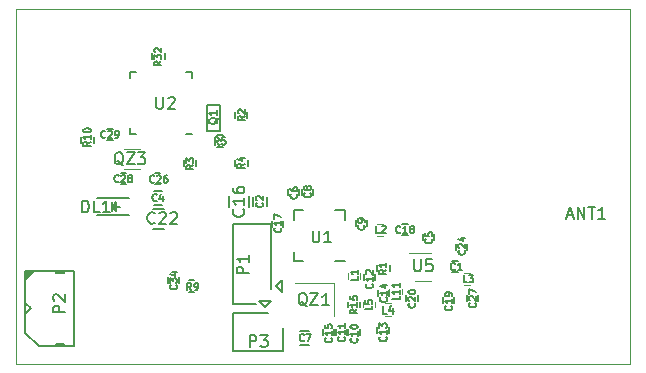
<source format=gbr>
G04 #@! TF.FileFunction,Legend,Top*
%FSLAX46Y46*%
G04 Gerber Fmt 4.6, Leading zero omitted, Abs format (unit mm)*
G04 Created by KiCad (PCBNEW 4.0.2+dfsg1-stable) date lun 29 ott 2018 17:27:50 CET*
%MOMM*%
G01*
G04 APERTURE LIST*
%ADD10C,0.100000*%
%ADD11C,0.150000*%
%ADD12C,0.120000*%
G04 APERTURE END LIST*
D10*
X173697120Y-70957440D02*
X121697120Y-70957440D01*
X173697120Y-100957440D02*
X173697120Y-70957440D01*
X121697120Y-100957440D02*
X173697120Y-100957440D01*
X121697120Y-70957440D02*
X121697120Y-100957440D01*
D11*
X158642240Y-93241960D02*
X159142240Y-93241960D01*
X159142240Y-92291960D02*
X158642240Y-92291960D01*
X141744140Y-87582300D02*
X141744140Y-86882300D01*
X142944140Y-86882300D02*
X142944140Y-87582300D01*
X134087202Y-87563456D02*
X133387202Y-87563456D01*
X133387202Y-86363456D02*
X134087202Y-86363456D01*
X156161720Y-89997280D02*
X156161720Y-90497280D01*
X157111720Y-90497280D02*
X157111720Y-89997280D01*
X144711400Y-86197440D02*
X144711400Y-86697440D01*
X145661400Y-86697440D02*
X145661400Y-86197440D01*
X145772960Y-98196920D02*
X146472960Y-98196920D01*
X146472960Y-99396920D02*
X145772960Y-99396920D01*
X145892500Y-86210140D02*
X145892500Y-86710140D01*
X146842500Y-86710140D02*
X146842500Y-86210140D01*
X150472120Y-88847840D02*
X150472120Y-89347840D01*
X151422120Y-89347840D02*
X151422120Y-88847840D01*
X150799820Y-98518600D02*
X150799820Y-98018600D01*
X149849820Y-98018600D02*
X149849820Y-98518600D01*
X149738100Y-98519780D02*
X149738100Y-98019780D01*
X148788100Y-98019780D02*
X148788100Y-98519780D01*
X151122360Y-93398340D02*
X151122360Y-93898340D01*
X152072360Y-93898340D02*
X152072360Y-93398340D01*
X153253460Y-98401760D02*
X153253460Y-97901760D01*
X152303460Y-97901760D02*
X152303460Y-98401760D01*
X152328860Y-94708980D02*
X152328860Y-95208980D01*
X153278860Y-95208980D02*
X153278860Y-94708980D01*
X148612880Y-98521140D02*
X148612880Y-98021140D01*
X147662880Y-98021140D02*
X147662880Y-98521140D01*
X139705980Y-86732300D02*
X139705980Y-87732300D01*
X141405980Y-87732300D02*
X141405980Y-86732300D01*
X143393140Y-88860720D02*
X143393140Y-89360720D01*
X144343140Y-89360720D02*
X144343140Y-88860720D01*
X154402980Y-90115220D02*
X154902980Y-90115220D01*
X154902980Y-89165220D02*
X154402980Y-89165220D01*
X158810980Y-95866840D02*
X158810980Y-95366840D01*
X157860980Y-95366840D02*
X157860980Y-95866840D01*
X154744400Y-95140780D02*
X154744400Y-95640780D01*
X155694400Y-95640780D02*
X155694400Y-95140780D01*
X133270222Y-89568596D02*
X134270222Y-89568596D01*
X134270222Y-87868596D02*
X133270222Y-87868596D01*
X158965880Y-90829220D02*
X158965880Y-91329220D01*
X159915880Y-91329220D02*
X159915880Y-90829220D01*
X133432682Y-85774756D02*
X133932682Y-85774756D01*
X133932682Y-84824756D02*
X133432682Y-84824756D01*
X160817580Y-95630620D02*
X160817580Y-95130620D01*
X159867580Y-95130620D02*
X159867580Y-95630620D01*
X130549602Y-85759516D02*
X131049602Y-85759516D01*
X131049602Y-84809516D02*
X130549602Y-84809516D01*
X129907962Y-81060476D02*
X129407962Y-81060476D01*
X129407962Y-82010476D02*
X129907962Y-82010476D01*
X134556480Y-93621860D02*
X134556480Y-94121860D01*
X135506480Y-94121860D02*
X135506480Y-93621860D01*
X128564840Y-88424260D02*
X131264840Y-88424260D01*
X128564840Y-86924260D02*
X131264840Y-86924260D01*
X130064840Y-87824260D02*
X130064840Y-87574260D01*
X130064840Y-87574260D02*
X129914840Y-87724260D01*
X129814840Y-87324260D02*
X129814840Y-88024260D01*
X130164840Y-87674260D02*
X130514840Y-87674260D01*
X129814840Y-87674260D02*
X130164840Y-87324260D01*
X130164840Y-87324260D02*
X130164840Y-88024260D01*
X130164840Y-88024260D02*
X129814840Y-87674260D01*
D12*
X150862440Y-93794620D02*
X150862440Y-93294620D01*
X149802440Y-93294620D02*
X149802440Y-93794620D01*
X152301980Y-90177840D02*
X152801980Y-90177840D01*
X152801980Y-89117840D02*
X152301980Y-89117840D01*
X159637500Y-94335820D02*
X160137500Y-94335820D01*
X160137500Y-93275820D02*
X159637500Y-93275820D01*
X152970840Y-96926620D02*
X153470840Y-96926620D01*
X153470840Y-95866620D02*
X152970840Y-95866620D01*
X151069900Y-95709320D02*
X151069900Y-96209320D01*
X152129900Y-96209320D02*
X152129900Y-95709320D01*
X153282240Y-94610340D02*
X153282240Y-95110340D01*
X154342240Y-95110340D02*
X154342240Y-94610340D01*
D11*
X141977760Y-95893200D02*
X140047760Y-95893200D01*
X140047760Y-95893200D02*
X140047760Y-89143200D01*
X140047760Y-89143200D02*
X143247760Y-89143200D01*
X143247760Y-89143200D02*
X143247760Y-94623200D01*
X143747760Y-94393200D02*
X144247760Y-93893200D01*
X144247760Y-93893200D02*
X144247760Y-94893200D01*
X144247760Y-94893200D02*
X143747760Y-94393200D01*
X122489720Y-93091720D02*
X122489720Y-98391720D01*
X126589720Y-99491720D02*
X123639720Y-99491720D01*
X123639720Y-99491720D02*
X122489720Y-98391720D01*
X125089720Y-93091720D02*
X125089720Y-93291720D01*
X125089720Y-93291720D02*
X125739720Y-93291720D01*
X125739720Y-93291720D02*
X125739720Y-93141720D01*
X125089720Y-99291720D02*
X125739720Y-99291720D01*
X125739720Y-99291720D02*
X125739720Y-99491720D01*
X125089720Y-99491720D02*
X125089720Y-99291720D01*
X122539720Y-93341720D02*
X122739720Y-93141720D01*
X122739720Y-93141720D02*
X122539720Y-93191720D01*
X122489720Y-93541720D02*
X122839720Y-93141720D01*
X122539720Y-93741720D02*
X123089720Y-93141720D01*
X123239720Y-93141720D02*
X122539720Y-93841720D01*
X123039720Y-93091720D02*
X122489720Y-93641720D01*
X122939720Y-96291720D02*
X122539720Y-96691720D01*
X122939720Y-96291720D02*
X122539720Y-95891720D01*
X122489720Y-93091720D02*
X126589720Y-93091720D01*
X126589720Y-93091720D02*
X126589720Y-99491720D01*
X144301340Y-97944100D02*
X144301340Y-99874100D01*
X144301340Y-99874100D02*
X140051340Y-99874100D01*
X140051340Y-99874100D02*
X140051340Y-96674100D01*
X140051340Y-96674100D02*
X143031340Y-96674100D01*
X142801340Y-96174100D02*
X142301340Y-95674100D01*
X142301340Y-95674100D02*
X143301340Y-95674100D01*
X143301340Y-95674100D02*
X142801340Y-96174100D01*
X137843022Y-81248636D02*
X138943022Y-81248636D01*
X138943022Y-81248636D02*
X138943022Y-79048636D01*
X138943022Y-79048636D02*
X137843022Y-79048636D01*
X137843022Y-79048636D02*
X137843022Y-81198636D01*
X137843022Y-81198636D02*
X137843022Y-81248636D01*
D12*
X148651260Y-96918820D02*
X148651260Y-94118820D01*
X148651260Y-94118820D02*
X145351260Y-94118820D01*
X130819382Y-84511056D02*
X132169382Y-84511056D01*
X130819382Y-82761056D02*
X132169382Y-82761056D01*
D11*
X152278860Y-92631260D02*
X152278860Y-93131260D01*
X153328860Y-93131260D02*
X153328860Y-92631260D01*
X141282762Y-80162836D02*
X141282762Y-79662836D01*
X140232762Y-79662836D02*
X140232762Y-80162836D01*
X136939362Y-84247156D02*
X136939362Y-83747156D01*
X135889362Y-83747156D02*
X135889362Y-84247156D01*
X141315782Y-84256896D02*
X141315782Y-83756896D01*
X140265782Y-83756896D02*
X140265782Y-84256896D01*
X138719602Y-82644676D02*
X139219602Y-82644676D01*
X139219602Y-81594676D02*
X138719602Y-81594676D01*
X136310560Y-94937880D02*
X136810560Y-94937880D01*
X136810560Y-93887880D02*
X136310560Y-93887880D01*
X128275422Y-82245216D02*
X128275422Y-81745216D01*
X127225422Y-81745216D02*
X127225422Y-82245216D01*
X149809980Y-95709320D02*
X149809980Y-96209320D01*
X150859980Y-96209320D02*
X150859980Y-95709320D01*
X133222362Y-74661156D02*
X133222362Y-75161156D01*
X134272362Y-75161156D02*
X134272362Y-74661156D01*
X145223180Y-92298380D02*
X145223180Y-91523380D01*
X149523180Y-87998380D02*
X149523180Y-88773380D01*
X145223180Y-87998380D02*
X145223180Y-88773380D01*
X149523180Y-92298380D02*
X148748180Y-92298380D01*
X149523180Y-87998380D02*
X148748180Y-87998380D01*
X145223180Y-87998380D02*
X145998180Y-87998380D01*
X145223180Y-92298380D02*
X145998180Y-92298380D01*
X131372722Y-81510156D02*
X131372722Y-80985156D01*
X136622722Y-76260156D02*
X136622722Y-76785156D01*
X131372722Y-76260156D02*
X131372722Y-76785156D01*
X136622722Y-81510156D02*
X136097722Y-81510156D01*
X136622722Y-76260156D02*
X136097722Y-76260156D01*
X131372722Y-76260156D02*
X131897722Y-76260156D01*
X131372722Y-81510156D02*
X131897722Y-81510156D01*
D12*
X156866820Y-91622200D02*
X154966820Y-91622200D01*
X155466820Y-93942200D02*
X156866820Y-93942200D01*
D11*
X168339972Y-88424047D02*
X168816163Y-88424047D01*
X168244734Y-88709761D02*
X168578067Y-87709761D01*
X168911401Y-88709761D01*
X169244734Y-88709761D02*
X169244734Y-87709761D01*
X169816163Y-88709761D01*
X169816163Y-87709761D01*
X170149496Y-87709761D02*
X170720925Y-87709761D01*
X170435210Y-88709761D02*
X170435210Y-87709761D01*
X171578068Y-88709761D02*
X171006639Y-88709761D01*
X171292353Y-88709761D02*
X171292353Y-87709761D01*
X171197115Y-87852618D01*
X171101877Y-87947856D01*
X171006639Y-87995475D01*
X158873520Y-92977626D02*
X158844949Y-93006197D01*
X158759235Y-93034769D01*
X158702092Y-93034769D01*
X158616377Y-93006197D01*
X158559235Y-92949054D01*
X158530663Y-92891911D01*
X158502092Y-92777626D01*
X158502092Y-92691911D01*
X158530663Y-92577626D01*
X158559235Y-92520483D01*
X158616377Y-92463340D01*
X158702092Y-92434769D01*
X158759235Y-92434769D01*
X158844949Y-92463340D01*
X158873520Y-92491911D01*
X159444949Y-93034769D02*
X159102092Y-93034769D01*
X159273520Y-93034769D02*
X159273520Y-92434769D01*
X159216377Y-92520483D01*
X159159235Y-92577626D01*
X159102092Y-92606197D01*
X142568586Y-87349000D02*
X142597157Y-87377571D01*
X142625729Y-87463285D01*
X142625729Y-87520428D01*
X142597157Y-87606143D01*
X142540014Y-87663285D01*
X142482871Y-87691857D01*
X142368586Y-87720428D01*
X142282871Y-87720428D01*
X142168586Y-87691857D01*
X142111443Y-87663285D01*
X142054300Y-87606143D01*
X142025729Y-87520428D01*
X142025729Y-87463285D01*
X142054300Y-87377571D01*
X142082871Y-87349000D01*
X142082871Y-87120428D02*
X142054300Y-87091857D01*
X142025729Y-87034714D01*
X142025729Y-86891857D01*
X142054300Y-86834714D01*
X142082871Y-86806143D01*
X142140014Y-86777571D01*
X142197157Y-86777571D01*
X142282871Y-86806143D01*
X142625729Y-87149000D01*
X142625729Y-86777571D01*
X133603060Y-87155946D02*
X133574489Y-87184517D01*
X133488775Y-87213089D01*
X133431632Y-87213089D01*
X133345917Y-87184517D01*
X133288775Y-87127374D01*
X133260203Y-87070231D01*
X133231632Y-86955946D01*
X133231632Y-86870231D01*
X133260203Y-86755946D01*
X133288775Y-86698803D01*
X133345917Y-86641660D01*
X133431632Y-86613089D01*
X133488775Y-86613089D01*
X133574489Y-86641660D01*
X133603060Y-86670231D01*
X134117346Y-86813089D02*
X134117346Y-87213089D01*
X133974489Y-86584517D02*
X133831632Y-87013089D01*
X134203060Y-87013089D01*
X156881486Y-90422400D02*
X156910057Y-90450971D01*
X156938629Y-90536685D01*
X156938629Y-90593828D01*
X156910057Y-90679543D01*
X156852914Y-90736685D01*
X156795771Y-90765257D01*
X156681486Y-90793828D01*
X156595771Y-90793828D01*
X156481486Y-90765257D01*
X156424343Y-90736685D01*
X156367200Y-90679543D01*
X156338629Y-90593828D01*
X156338629Y-90536685D01*
X156367200Y-90450971D01*
X156395771Y-90422400D01*
X156338629Y-89879543D02*
X156338629Y-90165257D01*
X156624343Y-90193828D01*
X156595771Y-90165257D01*
X156567200Y-90108114D01*
X156567200Y-89965257D01*
X156595771Y-89908114D01*
X156624343Y-89879543D01*
X156681486Y-89850971D01*
X156824343Y-89850971D01*
X156881486Y-89879543D01*
X156910057Y-89908114D01*
X156938629Y-89965257D01*
X156938629Y-90108114D01*
X156910057Y-90165257D01*
X156881486Y-90193828D01*
X145454026Y-86614940D02*
X145482597Y-86643511D01*
X145511169Y-86729225D01*
X145511169Y-86786368D01*
X145482597Y-86872083D01*
X145425454Y-86929225D01*
X145368311Y-86957797D01*
X145254026Y-86986368D01*
X145168311Y-86986368D01*
X145054026Y-86957797D01*
X144996883Y-86929225D01*
X144939740Y-86872083D01*
X144911169Y-86786368D01*
X144911169Y-86729225D01*
X144939740Y-86643511D01*
X144968311Y-86614940D01*
X144911169Y-86100654D02*
X144911169Y-86214940D01*
X144939740Y-86272083D01*
X144968311Y-86300654D01*
X145054026Y-86357797D01*
X145168311Y-86386368D01*
X145396883Y-86386368D01*
X145454026Y-86357797D01*
X145482597Y-86329225D01*
X145511169Y-86272083D01*
X145511169Y-86157797D01*
X145482597Y-86100654D01*
X145454026Y-86072083D01*
X145396883Y-86043511D01*
X145254026Y-86043511D01*
X145196883Y-86072083D01*
X145168311Y-86100654D01*
X145139740Y-86157797D01*
X145139740Y-86272083D01*
X145168311Y-86329225D01*
X145196883Y-86357797D01*
X145254026Y-86386368D01*
X146087160Y-99007586D02*
X146058589Y-99036157D01*
X145972875Y-99064729D01*
X145915732Y-99064729D01*
X145830017Y-99036157D01*
X145772875Y-98979014D01*
X145744303Y-98921871D01*
X145715732Y-98807586D01*
X145715732Y-98721871D01*
X145744303Y-98607586D01*
X145772875Y-98550443D01*
X145830017Y-98493300D01*
X145915732Y-98464729D01*
X145972875Y-98464729D01*
X146058589Y-98493300D01*
X146087160Y-98521871D01*
X146287160Y-98464729D02*
X146687160Y-98464729D01*
X146430017Y-99064729D01*
X146612266Y-86503180D02*
X146640837Y-86531751D01*
X146669409Y-86617465D01*
X146669409Y-86674608D01*
X146640837Y-86760323D01*
X146583694Y-86817465D01*
X146526551Y-86846037D01*
X146412266Y-86874608D01*
X146326551Y-86874608D01*
X146212266Y-86846037D01*
X146155123Y-86817465D01*
X146097980Y-86760323D01*
X146069409Y-86674608D01*
X146069409Y-86617465D01*
X146097980Y-86531751D01*
X146126551Y-86503180D01*
X146326551Y-86160323D02*
X146297980Y-86217465D01*
X146269409Y-86246037D01*
X146212266Y-86274608D01*
X146183694Y-86274608D01*
X146126551Y-86246037D01*
X146097980Y-86217465D01*
X146069409Y-86160323D01*
X146069409Y-86046037D01*
X146097980Y-85988894D01*
X146126551Y-85960323D01*
X146183694Y-85931751D01*
X146212266Y-85931751D01*
X146269409Y-85960323D01*
X146297980Y-85988894D01*
X146326551Y-86046037D01*
X146326551Y-86160323D01*
X146355123Y-86217465D01*
X146383694Y-86246037D01*
X146440837Y-86274608D01*
X146555123Y-86274608D01*
X146612266Y-86246037D01*
X146640837Y-86217465D01*
X146669409Y-86160323D01*
X146669409Y-86046037D01*
X146640837Y-85988894D01*
X146612266Y-85960323D01*
X146555123Y-85931751D01*
X146440837Y-85931751D01*
X146383694Y-85960323D01*
X146355123Y-85988894D01*
X146326551Y-86046037D01*
X151171566Y-89248920D02*
X151200137Y-89277491D01*
X151228709Y-89363205D01*
X151228709Y-89420348D01*
X151200137Y-89506063D01*
X151142994Y-89563205D01*
X151085851Y-89591777D01*
X150971566Y-89620348D01*
X150885851Y-89620348D01*
X150771566Y-89591777D01*
X150714423Y-89563205D01*
X150657280Y-89506063D01*
X150628709Y-89420348D01*
X150628709Y-89363205D01*
X150657280Y-89277491D01*
X150685851Y-89248920D01*
X151228709Y-88963205D02*
X151228709Y-88848920D01*
X151200137Y-88791777D01*
X151171566Y-88763205D01*
X151085851Y-88706063D01*
X150971566Y-88677491D01*
X150742994Y-88677491D01*
X150685851Y-88706063D01*
X150657280Y-88734634D01*
X150628709Y-88791777D01*
X150628709Y-88906063D01*
X150657280Y-88963205D01*
X150685851Y-88991777D01*
X150742994Y-89020348D01*
X150885851Y-89020348D01*
X150942994Y-88991777D01*
X150971566Y-88963205D01*
X151000137Y-88906063D01*
X151000137Y-88791777D01*
X150971566Y-88734634D01*
X150942994Y-88706063D01*
X150885851Y-88677491D01*
X150559426Y-98818335D02*
X150587997Y-98846906D01*
X150616569Y-98932620D01*
X150616569Y-98989763D01*
X150587997Y-99075478D01*
X150530854Y-99132620D01*
X150473711Y-99161192D01*
X150359426Y-99189763D01*
X150273711Y-99189763D01*
X150159426Y-99161192D01*
X150102283Y-99132620D01*
X150045140Y-99075478D01*
X150016569Y-98989763D01*
X150016569Y-98932620D01*
X150045140Y-98846906D01*
X150073711Y-98818335D01*
X150616569Y-98246906D02*
X150616569Y-98589763D01*
X150616569Y-98418335D02*
X150016569Y-98418335D01*
X150102283Y-98475478D01*
X150159426Y-98532620D01*
X150187997Y-98589763D01*
X150016569Y-97875477D02*
X150016569Y-97818334D01*
X150045140Y-97761191D01*
X150073711Y-97732620D01*
X150130854Y-97704049D01*
X150245140Y-97675477D01*
X150387997Y-97675477D01*
X150502283Y-97704049D01*
X150559426Y-97732620D01*
X150587997Y-97761191D01*
X150616569Y-97818334D01*
X150616569Y-97875477D01*
X150587997Y-97932620D01*
X150559426Y-97961191D01*
X150502283Y-97989763D01*
X150387997Y-98018334D01*
X150245140Y-98018334D01*
X150130854Y-97989763D01*
X150073711Y-97961191D01*
X150045140Y-97932620D01*
X150016569Y-97875477D01*
X149505326Y-98711655D02*
X149533897Y-98740226D01*
X149562469Y-98825940D01*
X149562469Y-98883083D01*
X149533897Y-98968798D01*
X149476754Y-99025940D01*
X149419611Y-99054512D01*
X149305326Y-99083083D01*
X149219611Y-99083083D01*
X149105326Y-99054512D01*
X149048183Y-99025940D01*
X148991040Y-98968798D01*
X148962469Y-98883083D01*
X148962469Y-98825940D01*
X148991040Y-98740226D01*
X149019611Y-98711655D01*
X149562469Y-98140226D02*
X149562469Y-98483083D01*
X149562469Y-98311655D02*
X148962469Y-98311655D01*
X149048183Y-98368798D01*
X149105326Y-98425940D01*
X149133897Y-98483083D01*
X149562469Y-97568797D02*
X149562469Y-97911654D01*
X149562469Y-97740226D02*
X148962469Y-97740226D01*
X149048183Y-97797369D01*
X149105326Y-97854511D01*
X149133897Y-97911654D01*
X151854826Y-94192995D02*
X151883397Y-94221566D01*
X151911969Y-94307280D01*
X151911969Y-94364423D01*
X151883397Y-94450138D01*
X151826254Y-94507280D01*
X151769111Y-94535852D01*
X151654826Y-94564423D01*
X151569111Y-94564423D01*
X151454826Y-94535852D01*
X151397683Y-94507280D01*
X151340540Y-94450138D01*
X151311969Y-94364423D01*
X151311969Y-94307280D01*
X151340540Y-94221566D01*
X151369111Y-94192995D01*
X151911969Y-93621566D02*
X151911969Y-93964423D01*
X151911969Y-93792995D02*
X151311969Y-93792995D01*
X151397683Y-93850138D01*
X151454826Y-93907280D01*
X151483397Y-93964423D01*
X151369111Y-93392994D02*
X151340540Y-93364423D01*
X151311969Y-93307280D01*
X151311969Y-93164423D01*
X151340540Y-93107280D01*
X151369111Y-93078709D01*
X151426254Y-93050137D01*
X151483397Y-93050137D01*
X151569111Y-93078709D01*
X151911969Y-93421566D01*
X151911969Y-93050137D01*
X153015606Y-98696415D02*
X153044177Y-98724986D01*
X153072749Y-98810700D01*
X153072749Y-98867843D01*
X153044177Y-98953558D01*
X152987034Y-99010700D01*
X152929891Y-99039272D01*
X152815606Y-99067843D01*
X152729891Y-99067843D01*
X152615606Y-99039272D01*
X152558463Y-99010700D01*
X152501320Y-98953558D01*
X152472749Y-98867843D01*
X152472749Y-98810700D01*
X152501320Y-98724986D01*
X152529891Y-98696415D01*
X153072749Y-98124986D02*
X153072749Y-98467843D01*
X153072749Y-98296415D02*
X152472749Y-98296415D01*
X152558463Y-98353558D01*
X152615606Y-98410700D01*
X152644177Y-98467843D01*
X152472749Y-97924986D02*
X152472749Y-97553557D01*
X152701320Y-97753557D01*
X152701320Y-97667843D01*
X152729891Y-97610700D01*
X152758463Y-97582129D01*
X152815606Y-97553557D01*
X152958463Y-97553557D01*
X153015606Y-97582129D01*
X153044177Y-97610700D01*
X153072749Y-97667843D01*
X153072749Y-97839271D01*
X153044177Y-97896414D01*
X153015606Y-97924986D01*
X153066406Y-95366475D02*
X153094977Y-95395046D01*
X153123549Y-95480760D01*
X153123549Y-95537903D01*
X153094977Y-95623618D01*
X153037834Y-95680760D01*
X152980691Y-95709332D01*
X152866406Y-95737903D01*
X152780691Y-95737903D01*
X152666406Y-95709332D01*
X152609263Y-95680760D01*
X152552120Y-95623618D01*
X152523549Y-95537903D01*
X152523549Y-95480760D01*
X152552120Y-95395046D01*
X152580691Y-95366475D01*
X153123549Y-94795046D02*
X153123549Y-95137903D01*
X153123549Y-94966475D02*
X152523549Y-94966475D01*
X152609263Y-95023618D01*
X152666406Y-95080760D01*
X152694977Y-95137903D01*
X152723549Y-94280760D02*
X153123549Y-94280760D01*
X152494977Y-94423617D02*
X152923549Y-94566474D01*
X152923549Y-94195046D01*
X148390266Y-98787855D02*
X148418837Y-98816426D01*
X148447409Y-98902140D01*
X148447409Y-98959283D01*
X148418837Y-99044998D01*
X148361694Y-99102140D01*
X148304551Y-99130712D01*
X148190266Y-99159283D01*
X148104551Y-99159283D01*
X147990266Y-99130712D01*
X147933123Y-99102140D01*
X147875980Y-99044998D01*
X147847409Y-98959283D01*
X147847409Y-98902140D01*
X147875980Y-98816426D01*
X147904551Y-98787855D01*
X148447409Y-98216426D02*
X148447409Y-98559283D01*
X148447409Y-98387855D02*
X147847409Y-98387855D01*
X147933123Y-98444998D01*
X147990266Y-98502140D01*
X148018837Y-98559283D01*
X147847409Y-97673569D02*
X147847409Y-97959283D01*
X148133123Y-97987854D01*
X148104551Y-97959283D01*
X148075980Y-97902140D01*
X148075980Y-97759283D01*
X148104551Y-97702140D01*
X148133123Y-97673569D01*
X148190266Y-97644997D01*
X148333123Y-97644997D01*
X148390266Y-97673569D01*
X148418837Y-97702140D01*
X148447409Y-97759283D01*
X148447409Y-97902140D01*
X148418837Y-97959283D01*
X148390266Y-97987854D01*
X140946143Y-87891857D02*
X140993762Y-87939476D01*
X141041381Y-88082333D01*
X141041381Y-88177571D01*
X140993762Y-88320429D01*
X140898524Y-88415667D01*
X140803286Y-88463286D01*
X140612810Y-88510905D01*
X140469952Y-88510905D01*
X140279476Y-88463286D01*
X140184238Y-88415667D01*
X140089000Y-88320429D01*
X140041381Y-88177571D01*
X140041381Y-88082333D01*
X140089000Y-87939476D01*
X140136619Y-87891857D01*
X141041381Y-86939476D02*
X141041381Y-87510905D01*
X141041381Y-87225191D02*
X140041381Y-87225191D01*
X140184238Y-87320429D01*
X140279476Y-87415667D01*
X140327095Y-87510905D01*
X140041381Y-86082333D02*
X140041381Y-86272810D01*
X140089000Y-86368048D01*
X140136619Y-86415667D01*
X140279476Y-86510905D01*
X140469952Y-86558524D01*
X140850905Y-86558524D01*
X140946143Y-86510905D01*
X140993762Y-86463286D01*
X141041381Y-86368048D01*
X141041381Y-86177571D01*
X140993762Y-86082333D01*
X140946143Y-86034714D01*
X140850905Y-85987095D01*
X140612810Y-85987095D01*
X140517571Y-86034714D01*
X140469952Y-86082333D01*
X140422333Y-86177571D01*
X140422333Y-86368048D01*
X140469952Y-86463286D01*
X140517571Y-86510905D01*
X140612810Y-86558524D01*
X144100206Y-89463515D02*
X144128777Y-89492086D01*
X144157349Y-89577800D01*
X144157349Y-89634943D01*
X144128777Y-89720658D01*
X144071634Y-89777800D01*
X144014491Y-89806372D01*
X143900206Y-89834943D01*
X143814491Y-89834943D01*
X143700206Y-89806372D01*
X143643063Y-89777800D01*
X143585920Y-89720658D01*
X143557349Y-89634943D01*
X143557349Y-89577800D01*
X143585920Y-89492086D01*
X143614491Y-89463515D01*
X144157349Y-88892086D02*
X144157349Y-89234943D01*
X144157349Y-89063515D02*
X143557349Y-89063515D01*
X143643063Y-89120658D01*
X143700206Y-89177800D01*
X143728777Y-89234943D01*
X143557349Y-88692086D02*
X143557349Y-88292086D01*
X144157349Y-88549229D01*
X154249485Y-89848346D02*
X154220914Y-89876917D01*
X154135200Y-89905489D01*
X154078057Y-89905489D01*
X153992342Y-89876917D01*
X153935200Y-89819774D01*
X153906628Y-89762631D01*
X153878057Y-89648346D01*
X153878057Y-89562631D01*
X153906628Y-89448346D01*
X153935200Y-89391203D01*
X153992342Y-89334060D01*
X154078057Y-89305489D01*
X154135200Y-89305489D01*
X154220914Y-89334060D01*
X154249485Y-89362631D01*
X154820914Y-89905489D02*
X154478057Y-89905489D01*
X154649485Y-89905489D02*
X154649485Y-89305489D01*
X154592342Y-89391203D01*
X154535200Y-89448346D01*
X154478057Y-89476917D01*
X155163771Y-89562631D02*
X155106629Y-89534060D01*
X155078057Y-89505489D01*
X155049486Y-89448346D01*
X155049486Y-89419774D01*
X155078057Y-89362631D01*
X155106629Y-89334060D01*
X155163771Y-89305489D01*
X155278057Y-89305489D01*
X155335200Y-89334060D01*
X155363771Y-89362631D01*
X155392343Y-89419774D01*
X155392343Y-89448346D01*
X155363771Y-89505489D01*
X155335200Y-89534060D01*
X155278057Y-89562631D01*
X155163771Y-89562631D01*
X155106629Y-89591203D01*
X155078057Y-89619774D01*
X155049486Y-89676917D01*
X155049486Y-89791203D01*
X155078057Y-89848346D01*
X155106629Y-89876917D01*
X155163771Y-89905489D01*
X155278057Y-89905489D01*
X155335200Y-89876917D01*
X155363771Y-89848346D01*
X155392343Y-89791203D01*
X155392343Y-89676917D01*
X155363771Y-89619774D01*
X155335200Y-89591203D01*
X155278057Y-89562631D01*
X158570586Y-96070055D02*
X158599157Y-96098626D01*
X158627729Y-96184340D01*
X158627729Y-96241483D01*
X158599157Y-96327198D01*
X158542014Y-96384340D01*
X158484871Y-96412912D01*
X158370586Y-96441483D01*
X158284871Y-96441483D01*
X158170586Y-96412912D01*
X158113443Y-96384340D01*
X158056300Y-96327198D01*
X158027729Y-96241483D01*
X158027729Y-96184340D01*
X158056300Y-96098626D01*
X158084871Y-96070055D01*
X158627729Y-95498626D02*
X158627729Y-95841483D01*
X158627729Y-95670055D02*
X158027729Y-95670055D01*
X158113443Y-95727198D01*
X158170586Y-95784340D01*
X158199157Y-95841483D01*
X158627729Y-95212911D02*
X158627729Y-95098626D01*
X158599157Y-95041483D01*
X158570586Y-95012911D01*
X158484871Y-94955769D01*
X158370586Y-94927197D01*
X158142014Y-94927197D01*
X158084871Y-94955769D01*
X158056300Y-94984340D01*
X158027729Y-95041483D01*
X158027729Y-95155769D01*
X158056300Y-95212911D01*
X158084871Y-95241483D01*
X158142014Y-95270054D01*
X158284871Y-95270054D01*
X158342014Y-95241483D01*
X158370586Y-95212911D01*
X158399157Y-95155769D01*
X158399157Y-95041483D01*
X158370586Y-94984340D01*
X158342014Y-94955769D01*
X158284871Y-94927197D01*
X155456546Y-95864315D02*
X155485117Y-95892886D01*
X155513689Y-95978600D01*
X155513689Y-96035743D01*
X155485117Y-96121458D01*
X155427974Y-96178600D01*
X155370831Y-96207172D01*
X155256546Y-96235743D01*
X155170831Y-96235743D01*
X155056546Y-96207172D01*
X154999403Y-96178600D01*
X154942260Y-96121458D01*
X154913689Y-96035743D01*
X154913689Y-95978600D01*
X154942260Y-95892886D01*
X154970831Y-95864315D01*
X154970831Y-95635743D02*
X154942260Y-95607172D01*
X154913689Y-95550029D01*
X154913689Y-95407172D01*
X154942260Y-95350029D01*
X154970831Y-95321458D01*
X155027974Y-95292886D01*
X155085117Y-95292886D01*
X155170831Y-95321458D01*
X155513689Y-95664315D01*
X155513689Y-95292886D01*
X154913689Y-94921457D02*
X154913689Y-94864314D01*
X154942260Y-94807171D01*
X154970831Y-94778600D01*
X155027974Y-94750029D01*
X155142260Y-94721457D01*
X155285117Y-94721457D01*
X155399403Y-94750029D01*
X155456546Y-94778600D01*
X155485117Y-94807171D01*
X155513689Y-94864314D01*
X155513689Y-94921457D01*
X155485117Y-94978600D01*
X155456546Y-95007171D01*
X155399403Y-95035743D01*
X155285117Y-95064314D01*
X155142260Y-95064314D01*
X155027974Y-95035743D01*
X154970831Y-95007171D01*
X154942260Y-94978600D01*
X154913689Y-94921457D01*
X133441203Y-89053943D02*
X133393584Y-89101562D01*
X133250727Y-89149181D01*
X133155489Y-89149181D01*
X133012631Y-89101562D01*
X132917393Y-89006324D01*
X132869774Y-88911086D01*
X132822155Y-88720610D01*
X132822155Y-88577752D01*
X132869774Y-88387276D01*
X132917393Y-88292038D01*
X133012631Y-88196800D01*
X133155489Y-88149181D01*
X133250727Y-88149181D01*
X133393584Y-88196800D01*
X133441203Y-88244419D01*
X133822155Y-88244419D02*
X133869774Y-88196800D01*
X133965012Y-88149181D01*
X134203108Y-88149181D01*
X134298346Y-88196800D01*
X134345965Y-88244419D01*
X134393584Y-88339657D01*
X134393584Y-88434895D01*
X134345965Y-88577752D01*
X133774536Y-89149181D01*
X134393584Y-89149181D01*
X134774536Y-88244419D02*
X134822155Y-88196800D01*
X134917393Y-88149181D01*
X135155489Y-88149181D01*
X135250727Y-88196800D01*
X135298346Y-88244419D01*
X135345965Y-88339657D01*
X135345965Y-88434895D01*
X135298346Y-88577752D01*
X134726917Y-89149181D01*
X135345965Y-89149181D01*
X159688186Y-91381215D02*
X159716757Y-91409786D01*
X159745329Y-91495500D01*
X159745329Y-91552643D01*
X159716757Y-91638358D01*
X159659614Y-91695500D01*
X159602471Y-91724072D01*
X159488186Y-91752643D01*
X159402471Y-91752643D01*
X159288186Y-91724072D01*
X159231043Y-91695500D01*
X159173900Y-91638358D01*
X159145329Y-91552643D01*
X159145329Y-91495500D01*
X159173900Y-91409786D01*
X159202471Y-91381215D01*
X159202471Y-91152643D02*
X159173900Y-91124072D01*
X159145329Y-91066929D01*
X159145329Y-90924072D01*
X159173900Y-90866929D01*
X159202471Y-90838358D01*
X159259614Y-90809786D01*
X159316757Y-90809786D01*
X159402471Y-90838358D01*
X159745329Y-91181215D01*
X159745329Y-90809786D01*
X159345329Y-90295500D02*
X159745329Y-90295500D01*
X159116757Y-90438357D02*
X159545329Y-90581214D01*
X159545329Y-90209786D01*
X133406245Y-85578606D02*
X133377674Y-85607177D01*
X133291960Y-85635749D01*
X133234817Y-85635749D01*
X133149102Y-85607177D01*
X133091960Y-85550034D01*
X133063388Y-85492891D01*
X133034817Y-85378606D01*
X133034817Y-85292891D01*
X133063388Y-85178606D01*
X133091960Y-85121463D01*
X133149102Y-85064320D01*
X133234817Y-85035749D01*
X133291960Y-85035749D01*
X133377674Y-85064320D01*
X133406245Y-85092891D01*
X133634817Y-85092891D02*
X133663388Y-85064320D01*
X133720531Y-85035749D01*
X133863388Y-85035749D01*
X133920531Y-85064320D01*
X133949102Y-85092891D01*
X133977674Y-85150034D01*
X133977674Y-85207177D01*
X133949102Y-85292891D01*
X133606245Y-85635749D01*
X133977674Y-85635749D01*
X134491960Y-85035749D02*
X134377674Y-85035749D01*
X134320531Y-85064320D01*
X134291960Y-85092891D01*
X134234817Y-85178606D01*
X134206246Y-85292891D01*
X134206246Y-85521463D01*
X134234817Y-85578606D01*
X134263389Y-85607177D01*
X134320531Y-85635749D01*
X134434817Y-85635749D01*
X134491960Y-85607177D01*
X134520531Y-85578606D01*
X134549103Y-85521463D01*
X134549103Y-85378606D01*
X134520531Y-85321463D01*
X134491960Y-85292891D01*
X134434817Y-85264320D01*
X134320531Y-85264320D01*
X134263389Y-85292891D01*
X134234817Y-85321463D01*
X134206246Y-85378606D01*
X160589886Y-95826215D02*
X160618457Y-95854786D01*
X160647029Y-95940500D01*
X160647029Y-95997643D01*
X160618457Y-96083358D01*
X160561314Y-96140500D01*
X160504171Y-96169072D01*
X160389886Y-96197643D01*
X160304171Y-96197643D01*
X160189886Y-96169072D01*
X160132743Y-96140500D01*
X160075600Y-96083358D01*
X160047029Y-95997643D01*
X160047029Y-95940500D01*
X160075600Y-95854786D01*
X160104171Y-95826215D01*
X160104171Y-95597643D02*
X160075600Y-95569072D01*
X160047029Y-95511929D01*
X160047029Y-95369072D01*
X160075600Y-95311929D01*
X160104171Y-95283358D01*
X160161314Y-95254786D01*
X160218457Y-95254786D01*
X160304171Y-95283358D01*
X160647029Y-95626215D01*
X160647029Y-95254786D01*
X160047029Y-95054786D02*
X160047029Y-94654786D01*
X160647029Y-94911929D01*
X130393805Y-85548126D02*
X130365234Y-85576697D01*
X130279520Y-85605269D01*
X130222377Y-85605269D01*
X130136662Y-85576697D01*
X130079520Y-85519554D01*
X130050948Y-85462411D01*
X130022377Y-85348126D01*
X130022377Y-85262411D01*
X130050948Y-85148126D01*
X130079520Y-85090983D01*
X130136662Y-85033840D01*
X130222377Y-85005269D01*
X130279520Y-85005269D01*
X130365234Y-85033840D01*
X130393805Y-85062411D01*
X130622377Y-85062411D02*
X130650948Y-85033840D01*
X130708091Y-85005269D01*
X130850948Y-85005269D01*
X130908091Y-85033840D01*
X130936662Y-85062411D01*
X130965234Y-85119554D01*
X130965234Y-85176697D01*
X130936662Y-85262411D01*
X130593805Y-85605269D01*
X130965234Y-85605269D01*
X131308091Y-85262411D02*
X131250949Y-85233840D01*
X131222377Y-85205269D01*
X131193806Y-85148126D01*
X131193806Y-85119554D01*
X131222377Y-85062411D01*
X131250949Y-85033840D01*
X131308091Y-85005269D01*
X131422377Y-85005269D01*
X131479520Y-85033840D01*
X131508091Y-85062411D01*
X131536663Y-85119554D01*
X131536663Y-85148126D01*
X131508091Y-85205269D01*
X131479520Y-85233840D01*
X131422377Y-85262411D01*
X131308091Y-85262411D01*
X131250949Y-85290983D01*
X131222377Y-85319554D01*
X131193806Y-85376697D01*
X131193806Y-85490983D01*
X131222377Y-85548126D01*
X131250949Y-85576697D01*
X131308091Y-85605269D01*
X131422377Y-85605269D01*
X131479520Y-85576697D01*
X131508091Y-85548126D01*
X131536663Y-85490983D01*
X131536663Y-85376697D01*
X131508091Y-85319554D01*
X131479520Y-85290983D01*
X131422377Y-85262411D01*
X129253345Y-81776226D02*
X129224774Y-81804797D01*
X129139060Y-81833369D01*
X129081917Y-81833369D01*
X128996202Y-81804797D01*
X128939060Y-81747654D01*
X128910488Y-81690511D01*
X128881917Y-81576226D01*
X128881917Y-81490511D01*
X128910488Y-81376226D01*
X128939060Y-81319083D01*
X128996202Y-81261940D01*
X129081917Y-81233369D01*
X129139060Y-81233369D01*
X129224774Y-81261940D01*
X129253345Y-81290511D01*
X129481917Y-81290511D02*
X129510488Y-81261940D01*
X129567631Y-81233369D01*
X129710488Y-81233369D01*
X129767631Y-81261940D01*
X129796202Y-81290511D01*
X129824774Y-81347654D01*
X129824774Y-81404797D01*
X129796202Y-81490511D01*
X129453345Y-81833369D01*
X129824774Y-81833369D01*
X130110489Y-81833369D02*
X130224774Y-81833369D01*
X130281917Y-81804797D01*
X130310489Y-81776226D01*
X130367631Y-81690511D01*
X130396203Y-81576226D01*
X130396203Y-81347654D01*
X130367631Y-81290511D01*
X130339060Y-81261940D01*
X130281917Y-81233369D01*
X130167631Y-81233369D01*
X130110489Y-81261940D01*
X130081917Y-81290511D01*
X130053346Y-81347654D01*
X130053346Y-81490511D01*
X130081917Y-81547654D01*
X130110489Y-81576226D01*
X130167631Y-81604797D01*
X130281917Y-81604797D01*
X130339060Y-81576226D01*
X130367631Y-81547654D01*
X130396203Y-81490511D01*
X135271166Y-94314915D02*
X135299737Y-94343486D01*
X135328309Y-94429200D01*
X135328309Y-94486343D01*
X135299737Y-94572058D01*
X135242594Y-94629200D01*
X135185451Y-94657772D01*
X135071166Y-94686343D01*
X134985451Y-94686343D01*
X134871166Y-94657772D01*
X134814023Y-94629200D01*
X134756880Y-94572058D01*
X134728309Y-94486343D01*
X134728309Y-94429200D01*
X134756880Y-94343486D01*
X134785451Y-94314915D01*
X134728309Y-94114915D02*
X134728309Y-93743486D01*
X134956880Y-93943486D01*
X134956880Y-93857772D01*
X134985451Y-93800629D01*
X135014023Y-93772058D01*
X135071166Y-93743486D01*
X135214023Y-93743486D01*
X135271166Y-93772058D01*
X135299737Y-93800629D01*
X135328309Y-93857772D01*
X135328309Y-94029200D01*
X135299737Y-94086343D01*
X135271166Y-94114915D01*
X134928309Y-93229200D02*
X135328309Y-93229200D01*
X134699737Y-93372057D02*
X135128309Y-93514914D01*
X135128309Y-93143486D01*
X127312563Y-88171281D02*
X127312563Y-87171281D01*
X127550658Y-87171281D01*
X127693516Y-87218900D01*
X127788754Y-87314138D01*
X127836373Y-87409376D01*
X127883992Y-87599852D01*
X127883992Y-87742710D01*
X127836373Y-87933186D01*
X127788754Y-88028424D01*
X127693516Y-88123662D01*
X127550658Y-88171281D01*
X127312563Y-88171281D01*
X128788754Y-88171281D02*
X128312563Y-88171281D01*
X128312563Y-87171281D01*
X129645897Y-88171281D02*
X129074468Y-88171281D01*
X129360182Y-88171281D02*
X129360182Y-87171281D01*
X129264944Y-87314138D01*
X129169706Y-87409376D01*
X129074468Y-87456995D01*
X150631809Y-93574540D02*
X150631809Y-93860254D01*
X150031809Y-93860254D01*
X150631809Y-93060254D02*
X150631809Y-93403111D01*
X150631809Y-93231683D02*
X150031809Y-93231683D01*
X150117523Y-93288826D01*
X150174666Y-93345968D01*
X150203237Y-93403111D01*
X152487960Y-89892789D02*
X152202246Y-89892789D01*
X152202246Y-89292789D01*
X152659389Y-89349931D02*
X152687960Y-89321360D01*
X152745103Y-89292789D01*
X152887960Y-89292789D01*
X152945103Y-89321360D01*
X152973674Y-89349931D01*
X153002246Y-89407074D01*
X153002246Y-89464217D01*
X152973674Y-89549931D01*
X152630817Y-89892789D01*
X153002246Y-89892789D01*
X159902220Y-94093949D02*
X159616506Y-94093949D01*
X159616506Y-93493949D01*
X160045077Y-93493949D02*
X160416506Y-93493949D01*
X160216506Y-93722520D01*
X160302220Y-93722520D01*
X160359363Y-93751091D01*
X160387934Y-93779663D01*
X160416506Y-93836806D01*
X160416506Y-93979663D01*
X160387934Y-94036806D01*
X160359363Y-94065377D01*
X160302220Y-94093949D01*
X160130792Y-94093949D01*
X160073649Y-94065377D01*
X160045077Y-94036806D01*
X153080893Y-96755387D02*
X152747560Y-96755387D01*
X152747560Y-96055387D01*
X153614227Y-96288720D02*
X153614227Y-96755387D01*
X153447560Y-96022053D02*
X153280893Y-96522053D01*
X153714227Y-96522053D01*
X151881489Y-96076440D02*
X151881489Y-96362154D01*
X151281489Y-96362154D01*
X151281489Y-95590726D02*
X151281489Y-95876440D01*
X151567203Y-95905011D01*
X151538631Y-95876440D01*
X151510060Y-95819297D01*
X151510060Y-95676440D01*
X151538631Y-95619297D01*
X151567203Y-95590726D01*
X151624346Y-95562154D01*
X151767203Y-95562154D01*
X151824346Y-95590726D01*
X151852917Y-95619297D01*
X151881489Y-95676440D01*
X151881489Y-95819297D01*
X151852917Y-95876440D01*
X151824346Y-95905011D01*
X154172569Y-95231855D02*
X154172569Y-95517569D01*
X153572569Y-95517569D01*
X154172569Y-94717569D02*
X154172569Y-95060426D01*
X154172569Y-94888998D02*
X153572569Y-94888998D01*
X153658283Y-94946141D01*
X153715426Y-95003283D01*
X153743997Y-95060426D01*
X154172569Y-94146140D02*
X154172569Y-94488997D01*
X154172569Y-94317569D02*
X153572569Y-94317569D01*
X153658283Y-94374712D01*
X153715426Y-94431854D01*
X153743997Y-94488997D01*
X141394441Y-93316015D02*
X140394441Y-93316015D01*
X140394441Y-92935062D01*
X140442060Y-92839824D01*
X140489679Y-92792205D01*
X140584917Y-92744586D01*
X140727774Y-92744586D01*
X140823012Y-92792205D01*
X140870631Y-92839824D01*
X140918250Y-92935062D01*
X140918250Y-93316015D01*
X141394441Y-91792205D02*
X141394441Y-92363634D01*
X141394441Y-92077920D02*
X140394441Y-92077920D01*
X140537298Y-92173158D01*
X140632536Y-92268396D01*
X140680155Y-92363634D01*
X125831861Y-96618015D02*
X124831861Y-96618015D01*
X124831861Y-96237062D01*
X124879480Y-96141824D01*
X124927099Y-96094205D01*
X125022337Y-96046586D01*
X125165194Y-96046586D01*
X125260432Y-96094205D01*
X125308051Y-96141824D01*
X125355670Y-96237062D01*
X125355670Y-96618015D01*
X124927099Y-95665634D02*
X124879480Y-95618015D01*
X124831861Y-95522777D01*
X124831861Y-95284681D01*
X124879480Y-95189443D01*
X124927099Y-95141824D01*
X125022337Y-95094205D01*
X125117575Y-95094205D01*
X125260432Y-95141824D01*
X125831861Y-95713253D01*
X125831861Y-95094205D01*
X141476505Y-99555561D02*
X141476505Y-98555561D01*
X141857458Y-98555561D01*
X141952696Y-98603180D01*
X142000315Y-98650799D01*
X142047934Y-98746037D01*
X142047934Y-98888894D01*
X142000315Y-98984132D01*
X141952696Y-99031751D01*
X141857458Y-99079370D01*
X141476505Y-99079370D01*
X142381267Y-98555561D02*
X143000315Y-98555561D01*
X142666981Y-98936513D01*
X142809839Y-98936513D01*
X142905077Y-98984132D01*
X142952696Y-99031751D01*
X143000315Y-99126990D01*
X143000315Y-99365085D01*
X142952696Y-99460323D01*
X142905077Y-99507942D01*
X142809839Y-99555561D01*
X142524124Y-99555561D01*
X142428886Y-99507942D01*
X142381267Y-99460323D01*
X138795553Y-80165567D02*
X138762220Y-80232233D01*
X138695553Y-80298900D01*
X138595553Y-80398900D01*
X138562220Y-80465567D01*
X138562220Y-80532233D01*
X138728887Y-80498900D02*
X138695553Y-80565567D01*
X138628887Y-80632233D01*
X138495553Y-80665567D01*
X138262220Y-80665567D01*
X138128887Y-80632233D01*
X138062220Y-80565567D01*
X138028887Y-80498900D01*
X138028887Y-80365567D01*
X138062220Y-80298900D01*
X138128887Y-80232233D01*
X138262220Y-80198900D01*
X138495553Y-80198900D01*
X138628887Y-80232233D01*
X138695553Y-80298900D01*
X138728887Y-80365567D01*
X138728887Y-80498900D01*
X138728887Y-79532234D02*
X138728887Y-79932234D01*
X138728887Y-79732234D02*
X138028887Y-79732234D01*
X138128887Y-79798900D01*
X138195553Y-79865567D01*
X138228887Y-79932234D01*
X146342172Y-96094799D02*
X146246934Y-96047180D01*
X146151696Y-95951942D01*
X146008839Y-95809085D01*
X145913600Y-95761466D01*
X145818362Y-95761466D01*
X145865981Y-95999561D02*
X145770743Y-95951942D01*
X145675505Y-95856704D01*
X145627886Y-95666228D01*
X145627886Y-95332894D01*
X145675505Y-95142418D01*
X145770743Y-95047180D01*
X145865981Y-94999561D01*
X146056458Y-94999561D01*
X146151696Y-95047180D01*
X146246934Y-95142418D01*
X146294553Y-95332894D01*
X146294553Y-95666228D01*
X146246934Y-95856704D01*
X146151696Y-95951942D01*
X146056458Y-95999561D01*
X145865981Y-95999561D01*
X146627886Y-94999561D02*
X147294553Y-94999561D01*
X146627886Y-95999561D01*
X147294553Y-95999561D01*
X148199315Y-95999561D02*
X147627886Y-95999561D01*
X147913600Y-95999561D02*
X147913600Y-94999561D01*
X147818362Y-95142418D01*
X147723124Y-95237656D01*
X147627886Y-95285275D01*
X130782132Y-84182199D02*
X130686894Y-84134580D01*
X130591656Y-84039342D01*
X130448799Y-83896485D01*
X130353560Y-83848866D01*
X130258322Y-83848866D01*
X130305941Y-84086961D02*
X130210703Y-84039342D01*
X130115465Y-83944104D01*
X130067846Y-83753628D01*
X130067846Y-83420294D01*
X130115465Y-83229818D01*
X130210703Y-83134580D01*
X130305941Y-83086961D01*
X130496418Y-83086961D01*
X130591656Y-83134580D01*
X130686894Y-83229818D01*
X130734513Y-83420294D01*
X130734513Y-83753628D01*
X130686894Y-83944104D01*
X130591656Y-84039342D01*
X130496418Y-84086961D01*
X130305941Y-84086961D01*
X131067846Y-83086961D02*
X131734513Y-83086961D01*
X131067846Y-84086961D01*
X131734513Y-84086961D01*
X132020227Y-83086961D02*
X132639275Y-83086961D01*
X132305941Y-83467913D01*
X132448799Y-83467913D01*
X132544037Y-83515532D01*
X132591656Y-83563151D01*
X132639275Y-83658390D01*
X132639275Y-83896485D01*
X132591656Y-83991723D01*
X132544037Y-84039342D01*
X132448799Y-84086961D01*
X132163084Y-84086961D01*
X132067846Y-84039342D01*
X132020227Y-83991723D01*
X153057509Y-93018280D02*
X152771794Y-93218280D01*
X153057509Y-93361137D02*
X152457509Y-93361137D01*
X152457509Y-93132565D01*
X152486080Y-93075423D01*
X152514651Y-93046851D01*
X152571794Y-93018280D01*
X152657509Y-93018280D01*
X152714651Y-93046851D01*
X152743223Y-93075423D01*
X152771794Y-93132565D01*
X152771794Y-93361137D01*
X153057509Y-92446851D02*
X153057509Y-92789708D01*
X153057509Y-92618280D02*
X152457509Y-92618280D01*
X152543223Y-92675423D01*
X152600366Y-92732565D01*
X152628937Y-92789708D01*
X141081409Y-79995700D02*
X140795694Y-80195700D01*
X141081409Y-80338557D02*
X140481409Y-80338557D01*
X140481409Y-80109985D01*
X140509980Y-80052843D01*
X140538551Y-80024271D01*
X140595694Y-79995700D01*
X140681409Y-79995700D01*
X140738551Y-80024271D01*
X140767123Y-80052843D01*
X140795694Y-80109985D01*
X140795694Y-80338557D01*
X140538551Y-79767128D02*
X140509980Y-79738557D01*
X140481409Y-79681414D01*
X140481409Y-79538557D01*
X140509980Y-79481414D01*
X140538551Y-79452843D01*
X140595694Y-79424271D01*
X140652837Y-79424271D01*
X140738551Y-79452843D01*
X141081409Y-79795700D01*
X141081409Y-79424271D01*
X136725309Y-84146060D02*
X136439594Y-84346060D01*
X136725309Y-84488917D02*
X136125309Y-84488917D01*
X136125309Y-84260345D01*
X136153880Y-84203203D01*
X136182451Y-84174631D01*
X136239594Y-84146060D01*
X136325309Y-84146060D01*
X136382451Y-84174631D01*
X136411023Y-84203203D01*
X136439594Y-84260345D01*
X136439594Y-84488917D01*
X136125309Y-83946060D02*
X136125309Y-83574631D01*
X136353880Y-83774631D01*
X136353880Y-83688917D01*
X136382451Y-83631774D01*
X136411023Y-83603203D01*
X136468166Y-83574631D01*
X136611023Y-83574631D01*
X136668166Y-83603203D01*
X136696737Y-83631774D01*
X136725309Y-83688917D01*
X136725309Y-83860345D01*
X136696737Y-83917488D01*
X136668166Y-83946060D01*
X141045849Y-84039380D02*
X140760134Y-84239380D01*
X141045849Y-84382237D02*
X140445849Y-84382237D01*
X140445849Y-84153665D01*
X140474420Y-84096523D01*
X140502991Y-84067951D01*
X140560134Y-84039380D01*
X140645849Y-84039380D01*
X140702991Y-84067951D01*
X140731563Y-84096523D01*
X140760134Y-84153665D01*
X140760134Y-84382237D01*
X140645849Y-83525094D02*
X141045849Y-83525094D01*
X140417277Y-83667951D02*
X140845849Y-83810808D01*
X140845849Y-83439380D01*
X138868480Y-82417569D02*
X138668480Y-82131854D01*
X138525623Y-82417569D02*
X138525623Y-81817569D01*
X138754195Y-81817569D01*
X138811337Y-81846140D01*
X138839909Y-81874711D01*
X138868480Y-81931854D01*
X138868480Y-82017569D01*
X138839909Y-82074711D01*
X138811337Y-82103283D01*
X138754195Y-82131854D01*
X138525623Y-82131854D01*
X139411337Y-81817569D02*
X139125623Y-81817569D01*
X139097052Y-82103283D01*
X139125623Y-82074711D01*
X139182766Y-82046140D01*
X139325623Y-82046140D01*
X139382766Y-82074711D01*
X139411337Y-82103283D01*
X139439909Y-82160426D01*
X139439909Y-82303283D01*
X139411337Y-82360426D01*
X139382766Y-82388997D01*
X139325623Y-82417569D01*
X139182766Y-82417569D01*
X139125623Y-82388997D01*
X139097052Y-82360426D01*
X136557080Y-94746729D02*
X136357080Y-94461014D01*
X136214223Y-94746729D02*
X136214223Y-94146729D01*
X136442795Y-94146729D01*
X136499937Y-94175300D01*
X136528509Y-94203871D01*
X136557080Y-94261014D01*
X136557080Y-94346729D01*
X136528509Y-94403871D01*
X136499937Y-94432443D01*
X136442795Y-94461014D01*
X136214223Y-94461014D01*
X136842795Y-94746729D02*
X136957080Y-94746729D01*
X137014223Y-94718157D01*
X137042795Y-94689586D01*
X137099937Y-94603871D01*
X137128509Y-94489586D01*
X137128509Y-94261014D01*
X137099937Y-94203871D01*
X137071366Y-94175300D01*
X137014223Y-94146729D01*
X136899937Y-94146729D01*
X136842795Y-94175300D01*
X136814223Y-94203871D01*
X136785652Y-94261014D01*
X136785652Y-94403871D01*
X136814223Y-94461014D01*
X136842795Y-94489586D01*
X136899937Y-94518157D01*
X137014223Y-94518157D01*
X137071366Y-94489586D01*
X137099937Y-94461014D01*
X137128509Y-94403871D01*
X128010569Y-82181335D02*
X127724854Y-82381335D01*
X128010569Y-82524192D02*
X127410569Y-82524192D01*
X127410569Y-82295620D01*
X127439140Y-82238478D01*
X127467711Y-82209906D01*
X127524854Y-82181335D01*
X127610569Y-82181335D01*
X127667711Y-82209906D01*
X127696283Y-82238478D01*
X127724854Y-82295620D01*
X127724854Y-82524192D01*
X128010569Y-81609906D02*
X128010569Y-81952763D01*
X128010569Y-81781335D02*
X127410569Y-81781335D01*
X127496283Y-81838478D01*
X127553426Y-81895620D01*
X127581997Y-81952763D01*
X127410569Y-81238477D02*
X127410569Y-81181334D01*
X127439140Y-81124191D01*
X127467711Y-81095620D01*
X127524854Y-81067049D01*
X127639140Y-81038477D01*
X127781997Y-81038477D01*
X127896283Y-81067049D01*
X127953426Y-81095620D01*
X127981997Y-81124191D01*
X128010569Y-81181334D01*
X128010569Y-81238477D01*
X127981997Y-81295620D01*
X127953426Y-81324191D01*
X127896283Y-81352763D01*
X127781997Y-81381334D01*
X127639140Y-81381334D01*
X127524854Y-81352763D01*
X127467711Y-81324191D01*
X127439140Y-81295620D01*
X127410569Y-81238477D01*
X150601329Y-96362155D02*
X150315614Y-96562155D01*
X150601329Y-96705012D02*
X150001329Y-96705012D01*
X150001329Y-96476440D01*
X150029900Y-96419298D01*
X150058471Y-96390726D01*
X150115614Y-96362155D01*
X150201329Y-96362155D01*
X150258471Y-96390726D01*
X150287043Y-96419298D01*
X150315614Y-96476440D01*
X150315614Y-96705012D01*
X150601329Y-95790726D02*
X150601329Y-96133583D01*
X150601329Y-95962155D02*
X150001329Y-95962155D01*
X150087043Y-96019298D01*
X150144186Y-96076440D01*
X150172757Y-96133583D01*
X150001329Y-95247869D02*
X150001329Y-95533583D01*
X150287043Y-95562154D01*
X150258471Y-95533583D01*
X150229900Y-95476440D01*
X150229900Y-95333583D01*
X150258471Y-95276440D01*
X150287043Y-95247869D01*
X150344186Y-95219297D01*
X150487043Y-95219297D01*
X150544186Y-95247869D01*
X150572757Y-95276440D01*
X150601329Y-95333583D01*
X150601329Y-95476440D01*
X150572757Y-95533583D01*
X150544186Y-95562154D01*
X134010049Y-75374135D02*
X133724334Y-75574135D01*
X134010049Y-75716992D02*
X133410049Y-75716992D01*
X133410049Y-75488420D01*
X133438620Y-75431278D01*
X133467191Y-75402706D01*
X133524334Y-75374135D01*
X133610049Y-75374135D01*
X133667191Y-75402706D01*
X133695763Y-75431278D01*
X133724334Y-75488420D01*
X133724334Y-75716992D01*
X133410049Y-75174135D02*
X133410049Y-74802706D01*
X133638620Y-75002706D01*
X133638620Y-74916992D01*
X133667191Y-74859849D01*
X133695763Y-74831278D01*
X133752906Y-74802706D01*
X133895763Y-74802706D01*
X133952906Y-74831278D01*
X133981477Y-74859849D01*
X134010049Y-74916992D01*
X134010049Y-75088420D01*
X133981477Y-75145563D01*
X133952906Y-75174135D01*
X133467191Y-74574134D02*
X133438620Y-74545563D01*
X133410049Y-74488420D01*
X133410049Y-74345563D01*
X133438620Y-74288420D01*
X133467191Y-74259849D01*
X133524334Y-74231277D01*
X133581477Y-74231277D01*
X133667191Y-74259849D01*
X134010049Y-74602706D01*
X134010049Y-74231277D01*
X146814635Y-89698581D02*
X146814635Y-90508105D01*
X146862254Y-90603343D01*
X146909873Y-90650962D01*
X147005111Y-90698581D01*
X147195588Y-90698581D01*
X147290826Y-90650962D01*
X147338445Y-90603343D01*
X147386064Y-90508105D01*
X147386064Y-89698581D01*
X148386064Y-90698581D02*
X147814635Y-90698581D01*
X148100349Y-90698581D02*
X148100349Y-89698581D01*
X148005111Y-89841438D01*
X147909873Y-89936676D01*
X147814635Y-89984295D01*
X133573615Y-78395581D02*
X133573615Y-79205105D01*
X133621234Y-79300343D01*
X133668853Y-79347962D01*
X133764091Y-79395581D01*
X133954568Y-79395581D01*
X134049806Y-79347962D01*
X134097425Y-79300343D01*
X134145044Y-79205105D01*
X134145044Y-78395581D01*
X134573615Y-78490819D02*
X134621234Y-78443200D01*
X134716472Y-78395581D01*
X134954568Y-78395581D01*
X135049806Y-78443200D01*
X135097425Y-78490819D01*
X135145044Y-78586057D01*
X135145044Y-78681295D01*
X135097425Y-78824152D01*
X134525996Y-79395581D01*
X135145044Y-79395581D01*
X155402375Y-92144601D02*
X155402375Y-92954125D01*
X155449994Y-93049363D01*
X155497613Y-93096982D01*
X155592851Y-93144601D01*
X155783328Y-93144601D01*
X155878566Y-93096982D01*
X155926185Y-93049363D01*
X155973804Y-92954125D01*
X155973804Y-92144601D01*
X156926185Y-92144601D02*
X156449994Y-92144601D01*
X156402375Y-92620791D01*
X156449994Y-92573172D01*
X156545232Y-92525553D01*
X156783328Y-92525553D01*
X156878566Y-92573172D01*
X156926185Y-92620791D01*
X156973804Y-92716030D01*
X156973804Y-92954125D01*
X156926185Y-93049363D01*
X156878566Y-93096982D01*
X156783328Y-93144601D01*
X156545232Y-93144601D01*
X156449994Y-93096982D01*
X156402375Y-93049363D01*
M02*

</source>
